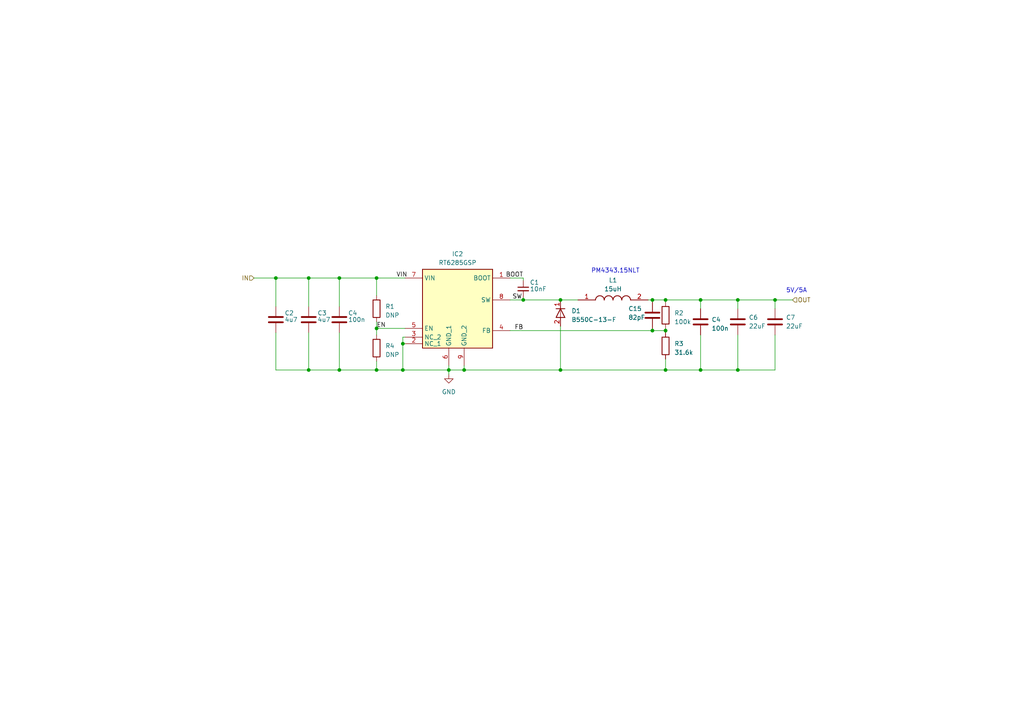
<source format=kicad_sch>
(kicad_sch (version 20230121) (generator eeschema)
  (paper "A4")
  (title_block (title "The Supluwu") (date "2023-12-29") (rev "1") (company "FG Labs"))
  (lib_symbols
    (symbol "Device:C" (pin_numbers hide) (pin_names (offset 0.254))
      (property "Reference" "C" (at 0.635 2.54 0))
      (property "Value" "C" (at 0.635 -2.54 0))
      (symbol "C_0_1"
        (polyline (pts (xy -2.032 -0.762) (xy 2.032 -0.762)) (stroke (width 0.508)))
        (polyline (pts (xy -2.032 0.762) (xy 2.032 0.762)) (stroke (width 0.508)))
      )
      (symbol "C_1_1"
        (pin passive line (at 0 3.81 270) (length 2.794) (name "~") (number "1"))
        (pin passive line (at 0 -3.81 90) (length 2.794) (name "~") (number "2"))
      )
    )
    (symbol "Device:C_Small" (pin_numbers hide) (pin_names (offset 0.254) hide)
      (property "Reference" "C" (at 0.254 1.778 0))
      (property "Value" "C_Small" (at 0.254 -2.032 0))
      (symbol "C_Small_0_1"
        (polyline (pts (xy -1.524 -0.508) (xy 1.524 -0.508)) (stroke (width 0.3302)))
        (polyline (pts (xy -1.524 0.508) (xy 1.524 0.508)) (stroke (width 0.3048)))
      )
      (symbol "C_Small_1_1"
        (pin passive line (at 0 2.54 270) (length 2.032) (name "~") (number "1"))
        (pin passive line (at 0 -2.54 90) (length 2.032) (name "~") (number "2"))
      )
    )
    (symbol "Device:R" (pin_numbers hide) (pin_names (offset 0))
      (property "Reference" "R" (at 2.032 0 90))
      (property "Value" "R" (at 0 0 90))
      (symbol "R_0_1"
        (rectangle (start -1.016 -2.54) (end 1.016 2.54) (stroke (width 0.254)))
      )
      (symbol "R_1_1"
        (pin passive line (at 0 3.81 270) (length 1.27) (name "~") (number "1"))
        (pin passive line (at 0 -3.81 90) (length 1.27) (name "~") (number "2"))
      )
    )
    (symbol "SamacSys_Parts_2:B550C-13-F" (pin_names hide)
      (property "Reference" "D" (at 11.43 5.08 0))
      (property "Value" "B550C-13-F" (at 11.43 2.54 0))
      (symbol "B550C-13-F_0_1"
        (polyline (pts (xy 2.54 1.27) (xy 2.54 -1.27)) (stroke (width 0.254)))
        (polyline (pts (xy 5.08 0) (xy 2.54 0)))
        (polyline (pts (xy 5.08 1.27) (xy 5.08 -1.27) (xy 2.54 0) (xy 5.08 1.27)) (stroke (width 0.254)))
      )
      (symbol "B550C-13-F_1_1"
        (pin passive line (at 0 0 0) (length 2.54) (name "K") (number "1"))
        (pin passive line (at 7.62 0 180) (length 2.54) (name "A") (number "2"))
      )
    )
    (symbol "SamacSys_Parts_2:PA4343.153NLT" (pin_names hide)
      (property "Reference" "L" (at 16.51 6.35 0))
      (property "Value" "PA4343.153NLT" (at 16.51 3.81 0))
      (symbol "PA4343.153NLT_1_1"
        (arc (start 7.62 0) (mid 6.35 1.219) (end 5.08 0) (stroke (width 0.254)))
        (arc (start 10.16 0) (mid 8.89 1.219) (end 7.62 0) (stroke (width 0.254)))
        (arc (start 12.7 0) (mid 11.43 1.219) (end 10.16 0) (stroke (width 0.254)))
        (arc (start 15.24 0) (mid 13.97 1.219) (end 12.7 0) (stroke (width 0.254)))
        (pin passive line (at 0 0 0) (length 5.08) (name "1") (number "1"))
        (pin passive line (at 20.32 0 180) (length 5.08) (name "2") (number "2"))
      )
    )
    (symbol "SamacSys_Parts_2:RT6285GSP"
      (property "Reference" "IC" (at 14.605 4.445 0))
      (property "Value" "RT6285GSP" (at 10.16 -7.62 0))
      (symbol "RT6285GSP_1_1"
        (rectangle (start 5.08 2.54) (end 25.4 -20.32) (stroke (width 0.254)) (fill (type background)))
        (pin passive line (at 30.48 0 180) (length 5.08) (name "BOOT") (number "1"))
        (pin passive line (at 0 -19.05 0) (length 5.08) (name "NC_1") (number "2"))
        (pin passive line (at 0 -17.145 0) (length 5.08) (name "NC_2") (number "3"))
        (pin passive line (at 30.48 -15.24 180) (length 5.08) (name "FB") (number "4"))
        (pin passive line (at 0 -14.605 0) (length 5.08) (name "EN") (number "5"))
        (pin passive line (at 12.7 -25.4 90) (length 5.08) (name "GND_1") (number "6"))
        (pin passive line (at 0 0 0) (length 5.08) (name "VIN") (number "7"))
        (pin passive line (at 30.48 -6.35 180) (length 5.08) (name "SW") (number "8"))
        (pin passive line (at 17.145 -25.4 90) (length 5.08) (name "GND_2") (number "9"))
      )
    )
    (symbol "power:GND" (power) (pin_names (offset 0))
      (property "Value" "GND" (at 0 -3.81 0))
      (symbol "GND_0_1"
        (polyline (pts (xy 0 0) (xy 0 -1.27) (xy 1.27 -1.27) (xy 0 -2.54) (xy -1.27 -1.27) (xy 0 -1.27)))
      )
      (symbol "GND_1_1"
        (pin power_in line (at 0 0 270) (length 0) hide (name "GND") (number "1"))
      )
    )
  )
  (junction (at 89.535 80.645))
  (junction (at 193.04 86.995))
  (junction (at 213.995 86.995))
  (junction (at 203.2 107.315))
  (junction (at 116.84 107.315))
  (junction (at 109.22 80.645))
  (junction (at 134.62 107.315))
  (junction (at 224.79 86.995))
  (junction (at 116.84 99.695))
  (junction (at 162.56 107.315))
  (junction (at 98.425 80.645))
  (junction (at 98.425 107.315))
  (junction (at 80.01 80.645))
  (junction (at 109.22 107.315))
  (junction (at 193.04 107.315))
  (junction (at 162.56 86.995))
  (junction (at 109.22 95.25))
  (junction (at 203.2 86.995))
  (junction (at 193.04 95.885))
  (junction (at 89.535 107.315))
  (junction (at 130.175 107.315))
  (junction (at 213.995 107.315))
  (junction (at 189.23 95.885))
  (junction (at 189.23 86.995))
  (junction (at 151.765 86.995))
  (wire (pts (xy 116.84 99.695) (xy 117.475 99.695)))
  (wire (pts (xy 109.22 95.25) (xy 117.475 95.25)))
  (wire (pts (xy 224.79 86.995) (xy 229.87 86.995)))
  (wire (pts (xy 130.175 107.315) (xy 130.175 108.585)))
  (wire (pts (xy 109.22 104.775) (xy 109.22 107.315)))
  (wire (pts (xy 117.475 97.79) (xy 116.84 97.79)))
  (wire (pts (xy 203.2 97.155) (xy 203.2 107.315)))
  (wire (pts (xy 162.56 94.615) (xy 162.56 107.315)))
  (wire (pts (xy 193.04 95.25) (xy 193.04 95.885)))
  (wire (pts (xy 203.2 107.315) (xy 213.995 107.315)))
  (wire (pts (xy 98.425 80.645) (xy 109.22 80.645)))
  (wire (pts (xy 80.01 96.52) (xy 80.01 107.315)))
  (wire (pts (xy 224.79 107.315) (xy 213.995 107.315)))
  (wire (pts (xy 80.01 107.315) (xy 89.535 107.315)))
  (wire (pts (xy 189.23 86.995) (xy 193.04 86.995)))
  (wire (pts (xy 151.765 86.995) (xy 162.56 86.995)))
  (wire (pts (xy 189.23 95.25) (xy 189.23 95.885)))
  (wire (pts (xy 109.22 107.315) (xy 116.84 107.315)))
  (wire (pts (xy 203.2 86.995) (xy 213.995 86.995)))
  (wire (pts (xy 98.425 107.315) (xy 109.22 107.315)))
  (wire (pts (xy 193.04 86.995) (xy 203.2 86.995)))
  (wire (pts (xy 147.955 95.885) (xy 189.23 95.885)))
  (wire (pts (xy 89.535 96.52) (xy 89.535 107.315)))
  (wire (pts (xy 193.04 104.14) (xy 193.04 107.315)))
  (wire (pts (xy 189.23 95.885) (xy 193.04 95.885)))
  (wire (pts (xy 189.23 86.995) (xy 189.23 87.63)))
  (wire (pts (xy 147.955 80.645) (xy 151.765 80.645)))
  (wire (pts (xy 73.66 80.645) (xy 80.01 80.645)))
  (wire (pts (xy 162.56 86.995) (xy 167.64 86.995)))
  (wire (pts (xy 213.995 97.155) (xy 213.995 107.315)))
  (wire (pts (xy 193.04 86.995) (xy 193.04 87.63)))
  (wire (pts (xy 193.04 96.52) (xy 193.04 95.885)))
  (wire (pts (xy 116.84 97.79) (xy 116.84 99.695)))
  (wire (pts (xy 98.425 80.645) (xy 98.425 88.9)))
  (wire (pts (xy 80.01 80.645) (xy 89.535 80.645)))
  (wire (pts (xy 213.995 86.995) (xy 224.79 86.995)))
  (wire (pts (xy 130.175 107.315) (xy 134.62 107.315)))
  (wire (pts (xy 80.01 88.9) (xy 80.01 80.645)))
  (wire (pts (xy 89.535 80.645) (xy 89.535 88.9)))
  (wire (pts (xy 109.22 93.345) (xy 109.22 95.25)))
  (wire (pts (xy 116.84 107.315) (xy 130.175 107.315)))
  (wire (pts (xy 151.765 80.645) (xy 151.765 81.28)))
  (wire (pts (xy 109.22 95.25) (xy 109.22 97.155)))
  (wire (pts (xy 151.765 86.995) (xy 151.765 86.36)))
  (wire (pts (xy 193.04 107.315) (xy 162.56 107.315)))
  (wire (pts (xy 147.955 86.995) (xy 151.765 86.995)))
  (wire (pts (xy 224.79 97.155) (xy 224.79 107.315)))
  (wire (pts (xy 89.535 107.315) (xy 98.425 107.315)))
  (wire (pts (xy 89.535 80.645) (xy 98.425 80.645)))
  (wire (pts (xy 224.79 89.535) (xy 224.79 86.995)))
  (wire (pts (xy 213.995 89.535) (xy 213.995 86.995)))
  (wire (pts (xy 134.62 106.045) (xy 134.62 107.315)))
  (wire (pts (xy 116.84 99.695) (xy 116.84 107.315)))
  (wire (pts (xy 162.56 107.315) (xy 134.62 107.315)))
  (wire (pts (xy 187.96 86.995) (xy 189.23 86.995)))
  (wire (pts (xy 109.22 80.645) (xy 109.22 85.725)))
  (wire (pts (xy 98.425 96.52) (xy 98.425 107.315)))
  (wire (pts (xy 109.22 80.645) (xy 117.475 80.645)))
  (wire (pts (xy 203.2 89.535) (xy 203.2 86.995)))
  (wire (pts (xy 193.04 107.315) (xy 203.2 107.315)))
  (wire (pts (xy 130.175 107.315) (xy 130.175 106.045)))
  (text "5V/5A" (at 227.965 85.09 0) (effects (font (size 1.27 1.27)) (justify left bottom)))
  (text "PM4343.15NLT" (at 171.45 79.375 0) (effects (font (size 1.27 1.27)) (justify left bottom)))
  (label "VIN" (at 114.935 80.645 0))
  (label "EN" (at 109.22 95.25 0))
  (label "BOOT" (at 151.765 80.645 180))
  (label "FB" (at 149.225 95.885 0))
  (label "SW" (at 148.59 86.995 0))
  (hierarchical_label "OUT" (shape input) (at 229.87 86.995 0))
  (hierarchical_label "IN" (shape input) (at 73.66 80.645 180))
  (symbol (lib_id "Device:C") (at 203.2 93.345 0) (unit 1)
    (property "Reference" "C4" (at 206.375 92.71 0) (effects (justify left)))
    (property "Value" "100n" (at 206.375 95.25 0) (effects (justify left)))
    (property "Footprint" "Capacitor_SMD:C_0603_1608Metric" (effects hide))
    (property "LCSC" "C14663" (effects hide))
    (instances (project "Inline Voltage converter" (path "" (reference "C4") (unit 1))) (project "Battery" (path "" (reference "C4") (unit 1)) (path "" (reference "C31") (unit 1))) (project "The Supluwu PCB" (path "" (reference "C5") (unit 1)) (path "" (reference "C12") (unit 1))))
  )
  (symbol (lib_id "Device:R") (at 109.22 100.965 0) (unit 1)
    (property "Reference" "R4" (at 111.76 100.33 0) (effects (justify left)))
    (property "Value" "DNP" (at 111.76 102.87 0) (effects (justify left)))
    (property "Footprint" "Resistor_SMD:R_0603_1608Metric" (effects hide))
    (instances (project "The Supluwu PCB" (path "" (reference "R4") (unit 1)) (path "" (reference "R8") (unit 1))))
  )
  (symbol (lib_id "Device:C") (at 213.995 93.345 0) (unit 1)
    (property "Reference" "C6" (at 217.17 92.0749 0) (effects (justify left)))
    (property "Value" "22uF" (at 217.17 94.6149 0) (effects (justify left)))
    (property "Footprint" "Capacitor_SMD:C_0805_2012Metric" (effects hide))
    (property "LCSC" "C45783" (effects hide))
    (instances (project "Inline Voltage converter" (path "" (reference "C6") (unit 1))) (project "Battery" (path "" (reference "C23") (unit 1))) (project "Main RIOT PCB" (path "" (reference "C2") (unit 1))) (project "The Supluwu PCB" (path "" (reference "C6") (unit 1)) (path "" (reference "C13") (unit 1))))
  )
  (symbol (lib_id "SamacSys_Parts_2:PA4343.153NLT") (at 167.64 86.995 0) (unit 1)
    (property "Reference" "L1" (at 177.8 81.28 0))
    (property "Value" "15uH" (at 177.8 83.82 0))
    (property "Footprint" "Samacsys 2:INDPM140128X650N" (effects hide))
    (property "Datasheet" "https://datasheet.datasheetarchive.com/originals/distributors/DKDS-10/182394.pdf" (effects hide))
    (property "Height" "6.5" (effects hide))
    (property "Mouser Part Number" "673-PA4343.153NLT" (effects hide))
    (property "Mouser Price/Stock" "https://www.mouser.co.uk/ProductDetail/Pulse-Electronics/PA4343153NLT?qs=%2FzQKu7YvIMa1YhPbm59etw%3D%3D" (effects hide))
    (property "Manufacturer_Name" "Pulse Electronics" (effects hide))
    (property "Manufacturer_Part_Number" "PA4343.153NLT" (effects hide))
    (instances (project "The Supluwu PCB" (path "" (reference "L1") (unit 1)) (path "" (reference "L2") (unit 1))))
  )
  (symbol (lib_id "Device:C") (at 189.23 91.44 0) (unit 1)
    (property "Reference" "C15" (at 182.245 89.535 0) (effects (justify left)))
    (property "Value" "82pF" (at 182.245 92.075 0) (effects (justify left)))
    (property "Footprint" "Capacitor_SMD:C_0603_1608Metric" (effects hide))
    (instances (project "The Supluwu PCB" (path "" (reference "C15") (unit 1)) (path "" (reference "C16") (unit 1))))
  )
  (symbol (lib_id "Device:C") (at 89.535 92.71 0) (unit 1)
    (property "Reference" "C3" (at 92.075 90.805 0) (effects (justify left)))
    (property "Value" "4u7" (at 92.075 92.71 0) (effects (justify left)))
    (property "Footprint" "Capacitor_SMD:C_0603_1608Metric" (effects hide))
    (instances (project "The Supluwu PCB" (path "" (reference "C3") (unit 1)) (path "" (reference "C10") (unit 1))))
  )
  (symbol (lib_id "SamacSys_Parts_2:RT6285GSP") (at 117.475 80.645 0) (unit 1)
    (property "Reference" "IC2" (at 132.715 73.66 0))
    (property "Value" "RT6285GSP" (at 132.715 76.2 0))
    (property "Footprint" "Samacsys 2:SOIC127P600X175-9N" (effects hide))
    (property "Datasheet" "https://www.richtek.com/assets/product_file/RT6285/DS6285-00.pdf" (effects hide))
    (property "Height" "1.753" (effects hide))
    (property "Mouser Part Number" "835-RT6285GSP" (effects hide))
    (property "Mouser Price/Stock" "https://www.mouser.co.uk/ProductDetail/Richtek/RT6285GSP?qs=amGC7iS6iy9ag0U80PgEbw%3D%3D" (effects hide))
    (property "Manufacturer_Name" "RICHTEK" (effects hide))
    (property "Manufacturer_Part_Number" "RT6285GSP" (effects hide))
    (instances (project "The Supluwu PCB" (path "" (reference "IC2") (unit 1)) (path "" (reference "IC1") (unit 1))))
  )
  (symbol (lib_id "Device:C") (at 80.01 92.71 0) (unit 1)
    (property "Reference" "C2" (at 82.55 90.805 0) (effects (justify left)))
    (property "Value" "4u7" (at 82.55 92.71 0) (effects (justify left)))
    (property "Footprint" "Capacitor_SMD:C_0603_1608Metric" (effects hide))
    (instances (project "The Supluwu PCB" (path "" (reference "C2") (unit 1)) (path "" (reference "C9") (unit 1))))
  )
  (symbol (lib_id "Device:C") (at 224.79 93.345 0) (unit 1)
    (property "Reference" "C7" (at 227.965 92.0749 0) (effects (justify left)))
    (property "Value" "22uF" (at 227.965 94.6149 0) (effects (justify left)))
    (property "Footprint" "Capacitor_SMD:C_0805_2012Metric" (effects hide))
    (property "LCSC" "C45783" (effects hide))
    (instances (project "Inline Voltage converter" (path "" (reference "C7") (unit 1))) (project "Battery" (path "" (reference "C24") (unit 1))) (project "Main RIOT PCB" (path "" (reference "C2") (unit 1))) (project "The Supluwu PCB" (path "" (reference "C7") (unit 1)) (path "" (reference "C14") (unit 1))))
  )
  (symbol (lib_id "Device:R") (at 109.22 89.535 0) (unit 1)
    (property "Reference" "R1" (at 111.76 88.9 0) (effects (justify left)))
    (property "Value" "DNP" (at 111.76 91.44 0) (effects (justify left)))
    (property "Footprint" "Resistor_SMD:R_0603_1608Metric" (effects hide))
    (instances (project "The Supluwu PCB" (path "" (reference "R1") (unit 1)) (path "" (reference "R5") (unit 1))))
  )
  (symbol (lib_id "Device:R") (at 193.04 91.44 0) (unit 1)
    (property "Reference" "R2" (at 195.58 90.805 0) (effects (justify left)))
    (property "Value" "100k" (at 195.58 93.345 0) (effects (justify left)))
    (property "Footprint" "Resistor_SMD:R_0603_1608Metric" (effects hide))
    (instances (project "The Supluwu PCB" (path "" (reference "R2") (unit 1)) (path "" (reference "R6") (unit 1))))
  )
  (symbol (lib_id "Device:C_Small") (at 151.765 83.82 0) (unit 1)
    (property "Reference" "C1" (at 153.67 81.915 0) (effects (justify left)))
    (property "Value" "10nF" (at 153.67 83.82 0) (effects (justify left)))
    (property "Footprint" "Capacitor_SMD:C_0603_1608Metric" (effects hide))
    (instances (project "The Supluwu PCB" (path "" (reference "C1") (unit 1)) (path "" (reference "C8") (unit 1))))
  )
  (symbol (lib_id "SamacSys_Parts_2:B550C-13-F") (at 162.56 86.995 270) (unit 1)
    (property "Reference" "D1" (at 165.735 90.17 90) (effects (justify left)))
    (property "Value" "B550C-13-F" (at 165.735 92.71 90) (effects (justify left)))
    (property "Footprint" "Samacsys 2:DIOM7959X250N" (effects hide))
    (property "Height" "2.5" (effects hide))
    (property "Mouser Part Number" "621-B550C-F" (effects hide))
    (property "Mouser Price/Stock" "https://www.mouser.co.uk/ProductDetail/Diodes-Incorporated/B550C-13-F?qs=UEP5Ic6BRave1jzuZzz4FA%3D%3D" (effects hide))
    (property "Manufacturer_Name" "Diodes Incorporated" (effects hide))
    (property "Manufacturer_Part_Number" "B550C-13-F" (effects hide))
    (instances (project "The Supluwu PCB" (path "" (reference "D1") (unit 1)) (path "" (reference "D2") (unit 1))))
  )
  (symbol (lib_id "Device:R") (at 193.04 100.33 0) (unit 1)
    (property "Reference" "R3" (at 195.58 99.695 0) (effects (justify left)))
    (property "Value" "31.6k" (at 195.58 102.235 0) (effects (justify left)))
    (property "Footprint" "Resistor_SMD:R_0603_1608Metric" (effects hide))
    (instances (project "The Supluwu PCB" (path "" (reference "R3") (unit 1)) (path "" (reference "R7") (unit 1))))
  )
  (symbol (lib_id "power:GND") (at 130.175 108.585 0) (unit 1)
    (property "Reference" "#PWR02" (effects hide))
    (property "Value" "GND" (at 130.175 113.665 0))
    (instances (project "The Supluwu PCB" (path "" (reference "#PWR02") (unit 1)) (path "" (reference "#PWR01") (unit 1))))
  )
  (symbol (lib_id "Device:C") (at 98.425 92.71 0) (unit 1)
    (property "Reference" "C4" (at 100.965 90.805 0) (effects (justify left)))
    (property "Value" "100n" (at 100.965 92.71 0) (effects (justify left)))
    (property "Footprint" "Capacitor_SMD:C_0603_1608Metric" (effects hide))
    (property "LCSC" "C14663" (effects hide))
    (instances (project "Inline Voltage converter" (path "" (reference "C4") (unit 1))) (project "Battery" (path "" (reference "C4") (unit 1)) (path "" (reference "C31") (unit 1))) (project "The Supluwu PCB" (path "" (reference "C4") (unit 1)) (path "" (reference "C11") (unit 1))))
  )
)
</source>
